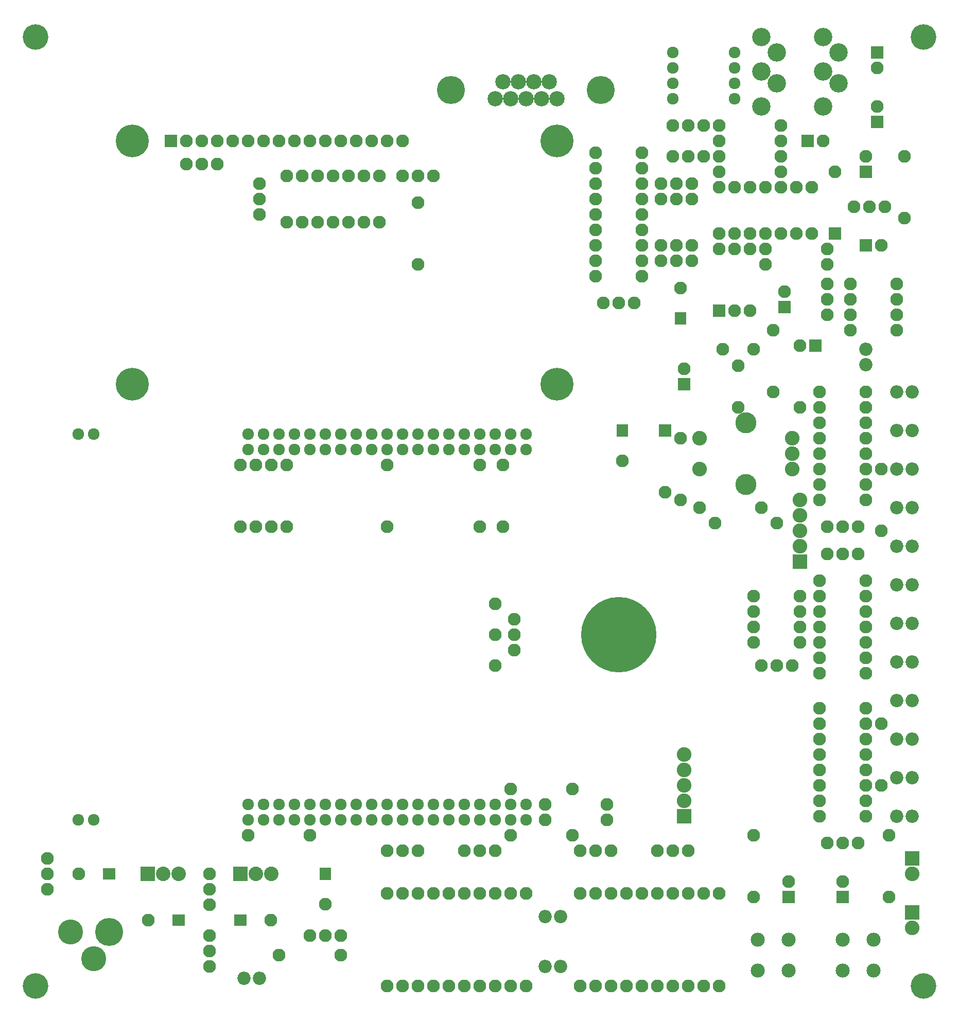
<source format=gbr>
G04 #@! TF.FileFunction,Soldermask,Bot*
%FSLAX46Y46*%
G04 Gerber Fmt 4.6, Leading zero omitted, Abs format (unit mm)*
G04 Created by KiCad (PCBNEW 4.0.1-stable) date 05/03/17 04:52:38*
%MOMM*%
G01*
G04 APERTURE LIST*
%ADD10C,0.100000*%
%ADD11R,2.116000X2.116000*%
%ADD12C,2.116000*%
%ADD13C,5.400000*%
%ADD14C,12.400000*%
%ADD15C,2.516000*%
%ADD16C,4.616000*%
%ADD17R,1.954000X2.116000*%
%ADD18R,2.116000X1.954000*%
%ADD19R,2.416000X2.416000*%
%ADD20C,2.416000*%
%ADD21C,4.200000*%
%ADD22C,4.116000*%
%ADD23C,1.924000*%
%ADD24C,2.316000*%
%ADD25C,2.189000*%
%ADD26C,2.389000*%
%ADD27R,2.389000X2.389000*%
%ADD28C,3.016000*%
%ADD29C,3.462000*%
G04 APERTURE END LIST*
D10*
D11*
X43815000Y-41275000D03*
D12*
X46355000Y-41275000D03*
X48895000Y-41275000D03*
X51435000Y-41275000D03*
X53975000Y-41275000D03*
X56515000Y-41275000D03*
X59055000Y-41275000D03*
X61595000Y-41275000D03*
X64135000Y-41275000D03*
X66675000Y-41275000D03*
X69215000Y-41275000D03*
X71755000Y-41275000D03*
X74295000Y-41275000D03*
X76835000Y-41275000D03*
X79375000Y-41275000D03*
X81915000Y-41275000D03*
D13*
X37465000Y-41275000D03*
X37465000Y-81280000D03*
X107315000Y-81280000D03*
X107315000Y-41275000D03*
D12*
X158115000Y-100330000D03*
X158115000Y-97790000D03*
X158115000Y-95250000D03*
X158115000Y-92710000D03*
X158115000Y-90170000D03*
X158115000Y-87630000D03*
X158115000Y-85090000D03*
X158115000Y-82550000D03*
X150495000Y-82550000D03*
X150495000Y-85090000D03*
X150495000Y-87630000D03*
X150495000Y-90170000D03*
X150495000Y-92710000D03*
X150495000Y-95250000D03*
X150495000Y-97790000D03*
X150495000Y-100330000D03*
X158115000Y-152400000D03*
X158115000Y-149860000D03*
X158115000Y-147320000D03*
X158115000Y-144780000D03*
X158115000Y-142240000D03*
X158115000Y-139700000D03*
X158115000Y-137160000D03*
X158115000Y-134620000D03*
X150495000Y-134620000D03*
X150495000Y-137160000D03*
X150495000Y-139700000D03*
X150495000Y-142240000D03*
X150495000Y-144780000D03*
X150495000Y-147320000D03*
X150495000Y-149860000D03*
X150495000Y-152400000D03*
X163195000Y-72390000D03*
X163195000Y-69850000D03*
X163195000Y-67310000D03*
X163195000Y-64770000D03*
X155575000Y-64770000D03*
X155575000Y-67310000D03*
X155575000Y-69850000D03*
X155575000Y-72390000D03*
X133985000Y-56515000D03*
X136525000Y-56515000D03*
X139065000Y-56515000D03*
X141605000Y-56515000D03*
X144145000Y-56515000D03*
X146685000Y-56515000D03*
X149225000Y-56515000D03*
X149225000Y-48895000D03*
X146685000Y-48895000D03*
X144145000Y-48895000D03*
X141605000Y-48895000D03*
X139065000Y-48895000D03*
X136525000Y-48895000D03*
X133985000Y-48895000D03*
X78105000Y-46990000D03*
X75565000Y-46990000D03*
X73025000Y-46990000D03*
X70485000Y-46990000D03*
X67945000Y-46990000D03*
X65405000Y-46990000D03*
X62865000Y-46990000D03*
X62865000Y-54610000D03*
X65405000Y-54610000D03*
X67945000Y-54610000D03*
X70485000Y-54610000D03*
X73025000Y-54610000D03*
X75565000Y-54610000D03*
X78105000Y-54610000D03*
X121285000Y-63500000D03*
X121285000Y-60960000D03*
X121285000Y-58420000D03*
X121285000Y-55880000D03*
X121285000Y-53340000D03*
X121285000Y-50800000D03*
X121285000Y-48260000D03*
X121285000Y-45720000D03*
X121285000Y-43180000D03*
X113665000Y-43180000D03*
X113665000Y-45720000D03*
X113665000Y-48260000D03*
X113665000Y-50800000D03*
X113665000Y-53340000D03*
X113665000Y-55880000D03*
X113665000Y-58420000D03*
X113665000Y-60960000D03*
X113665000Y-63500000D03*
X158115000Y-128905000D03*
X158115000Y-126365000D03*
X158115000Y-123825000D03*
X158115000Y-121285000D03*
X158115000Y-118745000D03*
X158115000Y-116205000D03*
X158115000Y-113665000D03*
X150495000Y-113665000D03*
X150495000Y-116205000D03*
X150495000Y-118745000D03*
X150495000Y-121285000D03*
X150495000Y-123825000D03*
X150495000Y-126365000D03*
X150495000Y-128905000D03*
X147320000Y-123825000D03*
X147320000Y-121285000D03*
X147320000Y-118745000D03*
X147320000Y-116205000D03*
X139700000Y-116205000D03*
X139700000Y-118745000D03*
X139700000Y-121285000D03*
X139700000Y-123825000D03*
X123825000Y-180340000D03*
X126365000Y-180340000D03*
X128905000Y-180340000D03*
X131445000Y-180340000D03*
X133985000Y-180340000D03*
X133985000Y-165100000D03*
X131445000Y-165100000D03*
X128905000Y-165100000D03*
X126365000Y-165100000D03*
X123825000Y-165100000D03*
X111125000Y-180340000D03*
X113665000Y-180340000D03*
X116205000Y-180340000D03*
X118745000Y-180340000D03*
X121285000Y-180340000D03*
X121285000Y-165100000D03*
X118745000Y-165100000D03*
X116205000Y-165100000D03*
X113665000Y-165100000D03*
X111125000Y-165100000D03*
X92075000Y-180340000D03*
X94615000Y-180340000D03*
X97155000Y-180340000D03*
X99695000Y-180340000D03*
X102235000Y-180340000D03*
X102235000Y-165100000D03*
X99695000Y-165100000D03*
X97155000Y-165100000D03*
X94615000Y-165100000D03*
X92075000Y-165100000D03*
X79375000Y-180340000D03*
X81915000Y-180340000D03*
X84455000Y-180340000D03*
X86995000Y-180340000D03*
X89535000Y-180340000D03*
X89535000Y-165100000D03*
X86995000Y-165100000D03*
X84455000Y-165100000D03*
X81915000Y-165100000D03*
X79375000Y-165100000D03*
X71755000Y-175260000D03*
X61595000Y-175260000D03*
X151765000Y-59055000D03*
X141605000Y-59055000D03*
X151765000Y-61595000D03*
X141605000Y-61595000D03*
X133985000Y-43815000D03*
X144145000Y-43815000D03*
X144145000Y-46355000D03*
X133985000Y-46355000D03*
X164465000Y-53975000D03*
X164465000Y-43815000D03*
X139065000Y-69215000D03*
X139065000Y-59055000D03*
X136525000Y-69215000D03*
X136525000Y-59055000D03*
X133985000Y-38735000D03*
X144145000Y-38735000D03*
X144145000Y-41275000D03*
X133985000Y-41275000D03*
X142875000Y-72390000D03*
X142875000Y-82550000D03*
X94615000Y-104775000D03*
X94615000Y-94615000D03*
X161925000Y-165735000D03*
X161925000Y-155575000D03*
X139700000Y-165735000D03*
X139700000Y-155575000D03*
X56515000Y-155575000D03*
X66675000Y-155575000D03*
X55245000Y-94615000D03*
X55245000Y-104775000D03*
X57785000Y-94615000D03*
X57785000Y-104775000D03*
X79375000Y-94615000D03*
X79375000Y-104775000D03*
X60325000Y-94615000D03*
X60325000Y-104775000D03*
X62865000Y-94615000D03*
X62865000Y-104775000D03*
X98425000Y-94615000D03*
X98425000Y-104775000D03*
X105410000Y-153035000D03*
X115570000Y-153035000D03*
X99695000Y-155575000D03*
X109855000Y-155575000D03*
X99695000Y-147955000D03*
X109855000Y-147955000D03*
X105410000Y-150495000D03*
X115570000Y-150495000D03*
X133350000Y-104140000D03*
X143510000Y-104140000D03*
X127635000Y-100330000D03*
X127635000Y-90170000D03*
X130810000Y-101600000D03*
X140970000Y-101600000D03*
X137160000Y-85090000D03*
X147320000Y-85090000D03*
X84455000Y-61595000D03*
X84455000Y-51435000D03*
X160655000Y-105410000D03*
X160655000Y-95250000D03*
X160655000Y-137160000D03*
X160655000Y-147320000D03*
X139700000Y-75565000D03*
X137160000Y-78232000D03*
X134620000Y-75565000D03*
D14*
X117475000Y-122555000D03*
D12*
X97155000Y-122555000D03*
X97155000Y-127635000D03*
X97155000Y-117475000D03*
D15*
X102235000Y-34290000D03*
X99695000Y-34290000D03*
X97155000Y-34290000D03*
X104775000Y-34290000D03*
X107315000Y-34290000D03*
X106045000Y-31496000D03*
X103505000Y-31496000D03*
X100965000Y-31496000D03*
X98425000Y-31496000D03*
D16*
X89916000Y-32893000D03*
X114554000Y-32893000D03*
D11*
X153032460Y-56514480D03*
D12*
X153035000Y-46355000D03*
D11*
X133982460Y-69214480D03*
D12*
X133985000Y-59055000D03*
D11*
X125097540Y-88900520D03*
D12*
X125095000Y-99060000D03*
D11*
X144780000Y-68580000D03*
D12*
X144780000Y-66040000D03*
D11*
X149860000Y-74930000D03*
D12*
X147320000Y-74930000D03*
D11*
X158115000Y-58420000D03*
D12*
X160655000Y-58420000D03*
D11*
X160020000Y-26670000D03*
D12*
X160020000Y-29210000D03*
D11*
X160020000Y-38100000D03*
D12*
X160020000Y-35560000D03*
D11*
X148590000Y-41275000D03*
D12*
X151130000Y-41275000D03*
D11*
X158115000Y-46355000D03*
D12*
X158115000Y-43815000D03*
D11*
X154305000Y-165735000D03*
D12*
X154305000Y-163195000D03*
D11*
X145415000Y-165735000D03*
D12*
X145415000Y-163195000D03*
D11*
X128270000Y-81280000D03*
D12*
X128270000Y-78740000D03*
D17*
X127635000Y-70485000D03*
D12*
X127635000Y-65485000D03*
D18*
X33655000Y-161925000D03*
D12*
X28655000Y-161925000D03*
D18*
X45085000Y-169545000D03*
D12*
X40085000Y-169545000D03*
D18*
X55245000Y-169545000D03*
D12*
X60245000Y-169545000D03*
D17*
X69215000Y-161925000D03*
D12*
X69215000Y-166925000D03*
D17*
X118110000Y-88900000D03*
D12*
X118110000Y-93900000D03*
X84455000Y-46990000D03*
X86995000Y-46990000D03*
X81915000Y-46990000D03*
X81915000Y-158115000D03*
X79375000Y-158115000D03*
X84455000Y-158115000D03*
X94615000Y-158115000D03*
X92075000Y-158115000D03*
X97155000Y-158115000D03*
X113665000Y-158115000D03*
X111125000Y-158115000D03*
X116205000Y-158115000D03*
X126365000Y-158115000D03*
X123825000Y-158115000D03*
X128905000Y-158115000D03*
X128905000Y-38735000D03*
X131445000Y-38735000D03*
X126365000Y-38735000D03*
X128905000Y-43815000D03*
X131445000Y-43815000D03*
X126365000Y-43815000D03*
X100330000Y-125095000D03*
X100330000Y-122555000D03*
X100330000Y-120015000D03*
X140970000Y-127635000D03*
X143510000Y-127635000D03*
X146050000Y-127635000D03*
X114935000Y-67945000D03*
X117475000Y-67945000D03*
X120015000Y-67945000D03*
X124460000Y-58420000D03*
X127000000Y-58420000D03*
X129540000Y-58420000D03*
X129540000Y-48260000D03*
X127000000Y-48260000D03*
X124460000Y-48260000D03*
X124460000Y-60960000D03*
X127000000Y-60960000D03*
X129540000Y-60960000D03*
X23495000Y-159385000D03*
X23495000Y-161925000D03*
X23495000Y-164465000D03*
X156210000Y-52070000D03*
X158750000Y-52070000D03*
X161290000Y-52070000D03*
X50165000Y-167005000D03*
X50165000Y-164465000D03*
X50165000Y-161925000D03*
X151765000Y-69850000D03*
X151765000Y-67310000D03*
X151765000Y-64770000D03*
X50165000Y-172085000D03*
X50165000Y-174625000D03*
X50165000Y-177165000D03*
X151765000Y-156845000D03*
X154305000Y-156845000D03*
X156845000Y-156845000D03*
X151765000Y-109220000D03*
X154305000Y-109220000D03*
X156845000Y-109220000D03*
X151765000Y-104775000D03*
X154305000Y-104775000D03*
X156845000Y-104775000D03*
X46355000Y-45085000D03*
X48895000Y-45085000D03*
X51435000Y-45085000D03*
X58420000Y-53340000D03*
X58420000Y-50800000D03*
X58420000Y-48260000D03*
X71755000Y-172085000D03*
X69215000Y-172085000D03*
X66675000Y-172085000D03*
X129540000Y-50800000D03*
X127000000Y-50800000D03*
X124460000Y-50800000D03*
D19*
X165735000Y-168275000D03*
D20*
X165735000Y-170815000D03*
D19*
X165735000Y-159385000D03*
D20*
X165735000Y-161925000D03*
D19*
X147320000Y-110490000D03*
D20*
X147320000Y-107950000D03*
X147320000Y-105410000D03*
X147320000Y-102870000D03*
X147320000Y-100330000D03*
D19*
X128270000Y-152400000D03*
D20*
X128270000Y-149860000D03*
X128270000Y-147320000D03*
X128270000Y-144780000D03*
X128270000Y-142240000D03*
D21*
X21590000Y-24130000D03*
X21590000Y-180340000D03*
X167640000Y-180340000D03*
X167640000Y-24130000D03*
D16*
X33655000Y-171450000D03*
D22*
X27305000Y-171450000D03*
X31115000Y-175895000D03*
D23*
X59055000Y-153035000D03*
X61595000Y-153035000D03*
X64135000Y-153035000D03*
X66675000Y-153035000D03*
X69215000Y-153035000D03*
X71755000Y-153035000D03*
X74295000Y-153035000D03*
X76835000Y-153035000D03*
X79375000Y-153035000D03*
X81915000Y-153035000D03*
X84455000Y-153035000D03*
X86995000Y-153035000D03*
X89535000Y-153035000D03*
X92075000Y-153035000D03*
X94615000Y-153035000D03*
X97155000Y-153035000D03*
X99695000Y-153035000D03*
X102235000Y-153035000D03*
X102235000Y-150495000D03*
X99695000Y-150495000D03*
X97155000Y-150495000D03*
X94615000Y-150495000D03*
X92075000Y-150495000D03*
X89535000Y-150495000D03*
X86995000Y-150495000D03*
X84455000Y-150495000D03*
X81915000Y-150495000D03*
X79375000Y-150495000D03*
X76835000Y-150495000D03*
X74295000Y-150495000D03*
X71755000Y-150495000D03*
X69215000Y-150495000D03*
X66675000Y-150495000D03*
X64135000Y-150495000D03*
X61595000Y-150495000D03*
X59055000Y-150495000D03*
X56515000Y-150495000D03*
X56515000Y-153035000D03*
X56515000Y-92075000D03*
X56515000Y-89535000D03*
X59055000Y-89535000D03*
X61595000Y-89535000D03*
X64135000Y-89535000D03*
X66675000Y-89535000D03*
X69215000Y-89535000D03*
X71755000Y-89535000D03*
X74295000Y-89535000D03*
X76835000Y-89535000D03*
X79375000Y-89535000D03*
X81915000Y-89535000D03*
X84455000Y-89535000D03*
X86995000Y-89535000D03*
X89535000Y-89535000D03*
X92075000Y-89535000D03*
X94615000Y-89535000D03*
X97155000Y-89535000D03*
X99695000Y-89535000D03*
X102235000Y-89535000D03*
X102235000Y-92075000D03*
X99695000Y-92075000D03*
X97155000Y-92075000D03*
X94615000Y-92075000D03*
X92075000Y-92075000D03*
X89535000Y-92075000D03*
X86995000Y-92075000D03*
X84455000Y-92075000D03*
X81915000Y-92075000D03*
X79375000Y-92075000D03*
X76835000Y-92075000D03*
X74295000Y-92075000D03*
X71755000Y-92075000D03*
X69215000Y-92075000D03*
X66675000Y-92075000D03*
X64135000Y-92075000D03*
X61595000Y-92075000D03*
X59055000Y-92075000D03*
X31115000Y-153035000D03*
X28575000Y-153035000D03*
X31115000Y-89535000D03*
X28575000Y-89535000D03*
X126365000Y-26670000D03*
X126365000Y-29210000D03*
X136525000Y-29210000D03*
X136525000Y-26670000D03*
X126365000Y-31750000D03*
X126365000Y-34290000D03*
X136525000Y-34290000D03*
X136525000Y-31750000D03*
D24*
X154305000Y-177800000D03*
X154305000Y-172720000D03*
X159385000Y-172720000D03*
X159385000Y-177800000D03*
X140335000Y-177800000D03*
X140335000Y-172720000D03*
X145415000Y-172720000D03*
X145415000Y-177800000D03*
D25*
X158115000Y-78105000D03*
X158115000Y-75565000D03*
X107950000Y-177165000D03*
X105410000Y-177165000D03*
X107950000Y-168910000D03*
X105410000Y-168910000D03*
X163195000Y-152400000D03*
X165735000Y-152400000D03*
X163195000Y-146050000D03*
X165735000Y-146050000D03*
X163195000Y-139700000D03*
X165735000Y-139700000D03*
X163195000Y-133350000D03*
X165735000Y-133350000D03*
X163195000Y-127000000D03*
X165735000Y-127000000D03*
X163195000Y-120650000D03*
X165735000Y-120650000D03*
X163195000Y-114300000D03*
X165735000Y-114300000D03*
X163195000Y-107950000D03*
X165735000Y-107950000D03*
X163195000Y-101600000D03*
X165735000Y-101600000D03*
X163195000Y-95250000D03*
X165735000Y-95250000D03*
X163195000Y-88900000D03*
X165735000Y-88900000D03*
X163195000Y-82550000D03*
X165735000Y-82550000D03*
X55880000Y-179070000D03*
X58420000Y-179070000D03*
D26*
X42545000Y-161925000D03*
D27*
X40005000Y-161925000D03*
D26*
X45085000Y-161925000D03*
X57785000Y-161925000D03*
D27*
X55245000Y-161925000D03*
D26*
X60325000Y-161925000D03*
D28*
X151130000Y-29845000D03*
X151130000Y-24130000D03*
X151130000Y-35560000D03*
X153670000Y-26670000D03*
X153670000Y-31750000D03*
X140970000Y-29845000D03*
X140970000Y-24130000D03*
X140970000Y-35560000D03*
X143510000Y-26670000D03*
X143510000Y-31750000D03*
D20*
X130810000Y-90170000D03*
X130810000Y-95250000D03*
X146050000Y-90170000D03*
X146050000Y-92710000D03*
X146050000Y-95250000D03*
D29*
X138430000Y-87630000D03*
X138430000Y-97790000D03*
M02*

</source>
